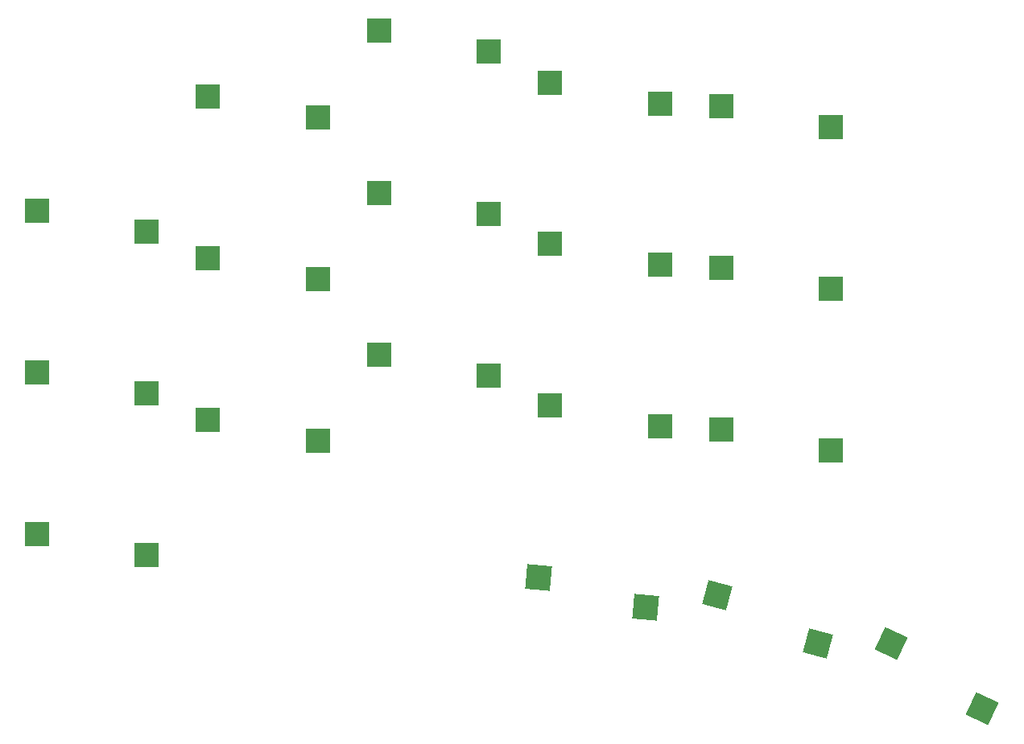
<source format=gbr>
%TF.GenerationSoftware,KiCad,Pcbnew,8.0.5*%
%TF.CreationDate,2024-10-14T15:31:37+02:00*%
%TF.ProjectId,oni-kb,6f6e692d-6b62-42e6-9b69-6361645f7063,rev?*%
%TF.SameCoordinates,Original*%
%TF.FileFunction,Paste,Bot*%
%TF.FilePolarity,Positive*%
%FSLAX46Y46*%
G04 Gerber Fmt 4.6, Leading zero omitted, Abs format (unit mm)*
G04 Created by KiCad (PCBNEW 8.0.5) date 2024-10-14 15:31:37*
%MOMM*%
%LPD*%
G01*
G04 APERTURE LIST*
G04 Aperture macros list*
%AMRotRect*
0 Rectangle, with rotation*
0 The origin of the aperture is its center*
0 $1 length*
0 $2 width*
0 $3 Rotation angle, in degrees counterclockwise*
0 Add horizontal line*
21,1,$1,$2,0,0,$3*%
G04 Aperture macros list end*
%ADD10R,2.600000X2.600000*%
%ADD11RotRect,2.600000X2.600000X155.000000*%
%ADD12RotRect,2.600000X2.600000X175.000000*%
%ADD13RotRect,2.600000X2.600000X165.000000*%
G04 APERTURE END LIST*
D10*
%TO.C,SW4*%
X131287593Y-70173504D03*
X119737593Y-67973504D03*
%TD*%
D11*
%TO.C,SW20*%
X183166175Y-139400108D03*
X173628081Y-132524990D03*
%TD*%
D10*
%TO.C,SW2*%
X95287594Y-89173504D03*
X83737594Y-86973504D03*
%TD*%
%TO.C,SW12*%
X167267594Y-95163504D03*
X155717594Y-92963504D03*
%TD*%
%TO.C,SW6*%
X167287592Y-78173504D03*
X155737592Y-75973504D03*
%TD*%
%TO.C,SW11*%
X149287596Y-92623507D03*
X137737596Y-90423507D03*
%TD*%
%TO.C,SW14*%
X95287594Y-123173501D03*
X83737594Y-120973501D03*
%TD*%
%TO.C,SW15*%
X113287593Y-111165503D03*
X101737593Y-108965503D03*
%TD*%
%TO.C,SW17*%
X149287594Y-109641507D03*
X137737594Y-107441507D03*
%TD*%
D12*
%TO.C,SW1*%
X147806554Y-128736296D03*
X136492248Y-125538018D03*
%TD*%
D10*
%TO.C,SW8*%
X95287594Y-106173504D03*
X83737594Y-103973504D03*
%TD*%
%TO.C,SW3*%
X113287596Y-77173504D03*
X101737596Y-74973504D03*
%TD*%
%TO.C,SW16*%
X131287592Y-104307505D03*
X119737592Y-102107505D03*
%TD*%
%TO.C,SW18*%
X167261248Y-112181504D03*
X155711248Y-109981504D03*
%TD*%
%TO.C,SW5*%
X149287594Y-75673505D03*
X137737594Y-73473505D03*
%TD*%
D13*
%TO.C,SW21*%
X165936026Y-132518396D03*
X155348984Y-127403999D03*
%TD*%
D10*
%TO.C,SW10*%
X131287595Y-87289504D03*
X119737595Y-85089504D03*
%TD*%
%TO.C,SW9*%
X113287596Y-94147504D03*
X101737596Y-91947504D03*
%TD*%
M02*

</source>
